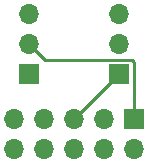
<source format=gbl>
G04 #@! TF.GenerationSoftware,KiCad,Pcbnew,(5.1.6-0-10_14)*
G04 #@! TF.CreationDate,2021-04-25T21:48:52+02:00*
G04 #@! TF.ProjectId,AVRISP10_breakout,41565249-5350-4313-905f-627265616b6f,rev?*
G04 #@! TF.SameCoordinates,Original*
G04 #@! TF.FileFunction,Copper,L2,Bot*
G04 #@! TF.FilePolarity,Positive*
%FSLAX46Y46*%
G04 Gerber Fmt 4.6, Leading zero omitted, Abs format (unit mm)*
G04 Created by KiCad (PCBNEW (5.1.6-0-10_14)) date 2021-04-25 21:48:52*
%MOMM*%
%LPD*%
G01*
G04 APERTURE LIST*
G04 #@! TA.AperFunction,ComponentPad*
%ADD10O,1.700000X1.700000*%
G04 #@! TD*
G04 #@! TA.AperFunction,ComponentPad*
%ADD11R,1.700000X1.700000*%
G04 #@! TD*
G04 #@! TA.AperFunction,Conductor*
%ADD12C,0.250000*%
G04 #@! TD*
G04 APERTURE END LIST*
D10*
X124460000Y-82550000D03*
X124460000Y-80010000D03*
X127000000Y-82550000D03*
X127000000Y-80010000D03*
X129540000Y-82550000D03*
X129540000Y-80010000D03*
X132080000Y-82550000D03*
X132080000Y-80010000D03*
X134620000Y-82550000D03*
D11*
X134620000Y-80010000D03*
D10*
X133350000Y-71120000D03*
X133350000Y-73660000D03*
D11*
X133350000Y-76200000D03*
D10*
X125730000Y-71120000D03*
X125730000Y-73660000D03*
D11*
X125730000Y-76200000D03*
D12*
X133350000Y-76200000D02*
X129540000Y-80010000D01*
X134620000Y-75184998D02*
X134620000Y-80010000D01*
X127094999Y-75024999D02*
X134460001Y-75024999D01*
X134460001Y-75024999D02*
X134620000Y-75184998D01*
X125730000Y-73660000D02*
X127094999Y-75024999D01*
M02*

</source>
